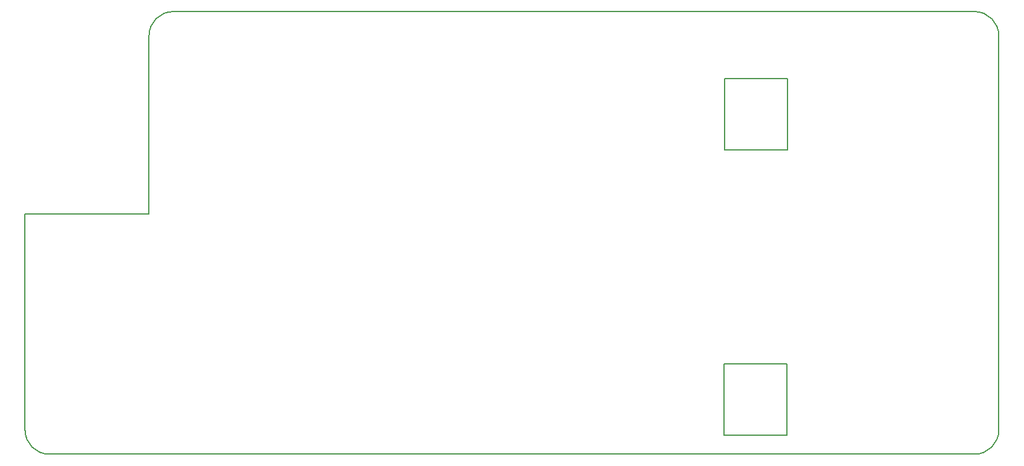
<source format=gko>
G04*
G04 #@! TF.GenerationSoftware,Altium Limited,Altium Designer,21.2.1 (34)*
G04*
G04 Layer_Color=16711935*
%FSLAX44Y44*%
%MOMM*%
G71*
G04*
G04 #@! TF.SameCoordinates,E8695898-D4BD-45AE-B535-2771739DBF24*
G04*
G04*
G04 #@! TF.FilePolarity,Positive*
G04*
G01*
G75*
%ADD11C,0.2000*%
D11*
X207250Y620000D02*
G03*
X173500Y586250I0J-33750D01*
G01*
X-0Y33750D02*
G03*
X33750Y0I33750J0D01*
G01*
X1329250Y0D02*
G03*
X1363000Y33750I0J33750D01*
G01*
Y586250D02*
G03*
X1329250Y620000I-33750J0D01*
G01*
X173500Y336250D02*
Y586250D01*
X207250Y620000D02*
X1329250Y620000D01*
X33750Y0D02*
X1329250Y0D01*
X-0Y33750D02*
X-0Y336250D01*
X1363000Y33750D02*
X1363000Y586250D01*
X-0Y336250D02*
X173500D01*
X978500Y126750D02*
X1066000D01*
X978500Y26750D02*
Y126750D01*
Y26750D02*
X1066000D01*
Y126750D01*
X979500Y426500D02*
Y526500D01*
X1067000D01*
Y426500D02*
Y526500D01*
X979500Y426500D02*
X1067000D01*
M02*

</source>
